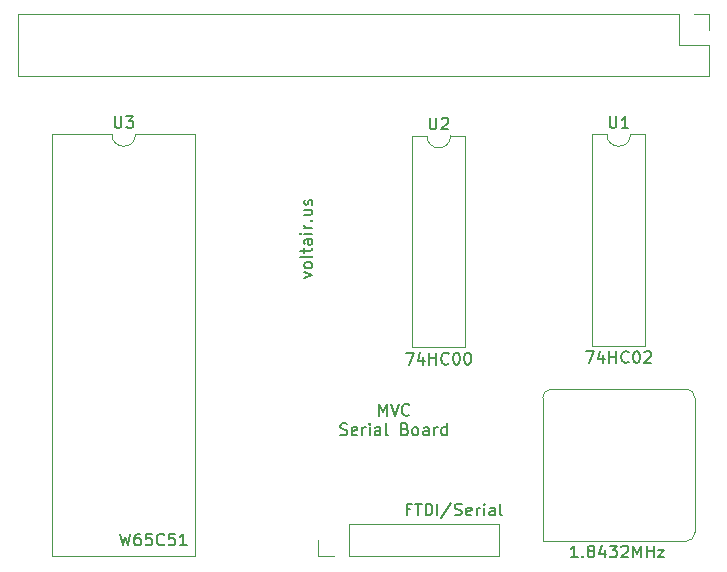
<source format=gbr>
G04 #@! TF.GenerationSoftware,KiCad,Pcbnew,5.1.5+dfsg1-2build2*
G04 #@! TF.CreationDate,2021-06-17T20:27:07-04:00*
G04 #@! TF.ProjectId,SerialBoard,53657269-616c-4426-9f61-72642e6b6963,rev?*
G04 #@! TF.SameCoordinates,Original*
G04 #@! TF.FileFunction,Legend,Top*
G04 #@! TF.FilePolarity,Positive*
%FSLAX46Y46*%
G04 Gerber Fmt 4.6, Leading zero omitted, Abs format (unit mm)*
G04 Created by KiCad (PCBNEW 5.1.5+dfsg1-2build2) date 2021-06-17 20:27:07*
%MOMM*%
%LPD*%
G04 APERTURE LIST*
%ADD10C,0.150000*%
%ADD11C,0.120000*%
G04 APERTURE END LIST*
D10*
X114625857Y-103068380D02*
X114054428Y-103068380D01*
X114340142Y-103068380D02*
X114340142Y-102068380D01*
X114244904Y-102211238D01*
X114149666Y-102306476D01*
X114054428Y-102354095D01*
X115054428Y-102973142D02*
X115102047Y-103020761D01*
X115054428Y-103068380D01*
X115006809Y-103020761D01*
X115054428Y-102973142D01*
X115054428Y-103068380D01*
X115673476Y-102496952D02*
X115578238Y-102449333D01*
X115530619Y-102401714D01*
X115483000Y-102306476D01*
X115483000Y-102258857D01*
X115530619Y-102163619D01*
X115578238Y-102116000D01*
X115673476Y-102068380D01*
X115863952Y-102068380D01*
X115959190Y-102116000D01*
X116006809Y-102163619D01*
X116054428Y-102258857D01*
X116054428Y-102306476D01*
X116006809Y-102401714D01*
X115959190Y-102449333D01*
X115863952Y-102496952D01*
X115673476Y-102496952D01*
X115578238Y-102544571D01*
X115530619Y-102592190D01*
X115483000Y-102687428D01*
X115483000Y-102877904D01*
X115530619Y-102973142D01*
X115578238Y-103020761D01*
X115673476Y-103068380D01*
X115863952Y-103068380D01*
X115959190Y-103020761D01*
X116006809Y-102973142D01*
X116054428Y-102877904D01*
X116054428Y-102687428D01*
X116006809Y-102592190D01*
X115959190Y-102544571D01*
X115863952Y-102496952D01*
X116911571Y-102401714D02*
X116911571Y-103068380D01*
X116673476Y-102020761D02*
X116435380Y-102735047D01*
X117054428Y-102735047D01*
X117340142Y-102068380D02*
X117959190Y-102068380D01*
X117625857Y-102449333D01*
X117768714Y-102449333D01*
X117863952Y-102496952D01*
X117911571Y-102544571D01*
X117959190Y-102639809D01*
X117959190Y-102877904D01*
X117911571Y-102973142D01*
X117863952Y-103020761D01*
X117768714Y-103068380D01*
X117483000Y-103068380D01*
X117387761Y-103020761D01*
X117340142Y-102973142D01*
X118340142Y-102163619D02*
X118387761Y-102116000D01*
X118483000Y-102068380D01*
X118721095Y-102068380D01*
X118816333Y-102116000D01*
X118863952Y-102163619D01*
X118911571Y-102258857D01*
X118911571Y-102354095D01*
X118863952Y-102496952D01*
X118292523Y-103068380D01*
X118911571Y-103068380D01*
X119340142Y-103068380D02*
X119340142Y-102068380D01*
X119673476Y-102782666D01*
X120006809Y-102068380D01*
X120006809Y-103068380D01*
X120483000Y-103068380D02*
X120483000Y-102068380D01*
X120483000Y-102544571D02*
X121054428Y-102544571D01*
X121054428Y-103068380D02*
X121054428Y-102068380D01*
X121435380Y-102401714D02*
X121959190Y-102401714D01*
X121435380Y-103068380D01*
X121959190Y-103068380D01*
X91479714Y-79406333D02*
X92146380Y-79168238D01*
X91479714Y-78930142D01*
X92146380Y-78406333D02*
X92098761Y-78501571D01*
X92051142Y-78549190D01*
X91955904Y-78596809D01*
X91670190Y-78596809D01*
X91574952Y-78549190D01*
X91527333Y-78501571D01*
X91479714Y-78406333D01*
X91479714Y-78263476D01*
X91527333Y-78168238D01*
X91574952Y-78120619D01*
X91670190Y-78073000D01*
X91955904Y-78073000D01*
X92051142Y-78120619D01*
X92098761Y-78168238D01*
X92146380Y-78263476D01*
X92146380Y-78406333D01*
X92146380Y-77501571D02*
X92098761Y-77596809D01*
X92003523Y-77644428D01*
X91146380Y-77644428D01*
X91479714Y-77263476D02*
X91479714Y-76882523D01*
X91146380Y-77120619D02*
X92003523Y-77120619D01*
X92098761Y-77073000D01*
X92146380Y-76977761D01*
X92146380Y-76882523D01*
X92146380Y-76120619D02*
X91622571Y-76120619D01*
X91527333Y-76168238D01*
X91479714Y-76263476D01*
X91479714Y-76453952D01*
X91527333Y-76549190D01*
X92098761Y-76120619D02*
X92146380Y-76215857D01*
X92146380Y-76453952D01*
X92098761Y-76549190D01*
X92003523Y-76596809D01*
X91908285Y-76596809D01*
X91813047Y-76549190D01*
X91765428Y-76453952D01*
X91765428Y-76215857D01*
X91717809Y-76120619D01*
X92146380Y-75644428D02*
X91479714Y-75644428D01*
X91146380Y-75644428D02*
X91194000Y-75692047D01*
X91241619Y-75644428D01*
X91194000Y-75596809D01*
X91146380Y-75644428D01*
X91241619Y-75644428D01*
X92146380Y-75168238D02*
X91479714Y-75168238D01*
X91670190Y-75168238D02*
X91574952Y-75120619D01*
X91527333Y-75073000D01*
X91479714Y-74977761D01*
X91479714Y-74882523D01*
X92051142Y-74549190D02*
X92098761Y-74501571D01*
X92146380Y-74549190D01*
X92098761Y-74596809D01*
X92051142Y-74549190D01*
X92146380Y-74549190D01*
X91479714Y-73644428D02*
X92146380Y-73644428D01*
X91479714Y-74073000D02*
X92003523Y-74073000D01*
X92098761Y-74025380D01*
X92146380Y-73930142D01*
X92146380Y-73787285D01*
X92098761Y-73692047D01*
X92051142Y-73644428D01*
X92098761Y-73215857D02*
X92146380Y-73120619D01*
X92146380Y-72930142D01*
X92098761Y-72834904D01*
X92003523Y-72787285D01*
X91955904Y-72787285D01*
X91860666Y-72834904D01*
X91813047Y-72930142D01*
X91813047Y-73073000D01*
X91765428Y-73168238D01*
X91670190Y-73215857D01*
X91622571Y-73215857D01*
X91527333Y-73168238D01*
X91479714Y-73073000D01*
X91479714Y-72930142D01*
X91527333Y-72834904D01*
X97798095Y-91067380D02*
X97798095Y-90067380D01*
X98131428Y-90781666D01*
X98464761Y-90067380D01*
X98464761Y-91067380D01*
X98798095Y-90067380D02*
X99131428Y-91067380D01*
X99464761Y-90067380D01*
X100369523Y-90972142D02*
X100321904Y-91019761D01*
X100179047Y-91067380D01*
X100083809Y-91067380D01*
X99940952Y-91019761D01*
X99845714Y-90924523D01*
X99798095Y-90829285D01*
X99750476Y-90638809D01*
X99750476Y-90495952D01*
X99798095Y-90305476D01*
X99845714Y-90210238D01*
X99940952Y-90115000D01*
X100083809Y-90067380D01*
X100179047Y-90067380D01*
X100321904Y-90115000D01*
X100369523Y-90162619D01*
X94536190Y-92669761D02*
X94679047Y-92717380D01*
X94917142Y-92717380D01*
X95012380Y-92669761D01*
X95060000Y-92622142D01*
X95107619Y-92526904D01*
X95107619Y-92431666D01*
X95060000Y-92336428D01*
X95012380Y-92288809D01*
X94917142Y-92241190D01*
X94726666Y-92193571D01*
X94631428Y-92145952D01*
X94583809Y-92098333D01*
X94536190Y-92003095D01*
X94536190Y-91907857D01*
X94583809Y-91812619D01*
X94631428Y-91765000D01*
X94726666Y-91717380D01*
X94964761Y-91717380D01*
X95107619Y-91765000D01*
X95917142Y-92669761D02*
X95821904Y-92717380D01*
X95631428Y-92717380D01*
X95536190Y-92669761D01*
X95488571Y-92574523D01*
X95488571Y-92193571D01*
X95536190Y-92098333D01*
X95631428Y-92050714D01*
X95821904Y-92050714D01*
X95917142Y-92098333D01*
X95964761Y-92193571D01*
X95964761Y-92288809D01*
X95488571Y-92384047D01*
X96393333Y-92717380D02*
X96393333Y-92050714D01*
X96393333Y-92241190D02*
X96440952Y-92145952D01*
X96488571Y-92098333D01*
X96583809Y-92050714D01*
X96679047Y-92050714D01*
X97012380Y-92717380D02*
X97012380Y-92050714D01*
X97012380Y-91717380D02*
X96964761Y-91765000D01*
X97012380Y-91812619D01*
X97060000Y-91765000D01*
X97012380Y-91717380D01*
X97012380Y-91812619D01*
X97917142Y-92717380D02*
X97917142Y-92193571D01*
X97869523Y-92098333D01*
X97774285Y-92050714D01*
X97583809Y-92050714D01*
X97488571Y-92098333D01*
X97917142Y-92669761D02*
X97821904Y-92717380D01*
X97583809Y-92717380D01*
X97488571Y-92669761D01*
X97440952Y-92574523D01*
X97440952Y-92479285D01*
X97488571Y-92384047D01*
X97583809Y-92336428D01*
X97821904Y-92336428D01*
X97917142Y-92288809D01*
X98536190Y-92717380D02*
X98440952Y-92669761D01*
X98393333Y-92574523D01*
X98393333Y-91717380D01*
X100012380Y-92193571D02*
X100155238Y-92241190D01*
X100202857Y-92288809D01*
X100250476Y-92384047D01*
X100250476Y-92526904D01*
X100202857Y-92622142D01*
X100155238Y-92669761D01*
X100060000Y-92717380D01*
X99679047Y-92717380D01*
X99679047Y-91717380D01*
X100012380Y-91717380D01*
X100107619Y-91765000D01*
X100155238Y-91812619D01*
X100202857Y-91907857D01*
X100202857Y-92003095D01*
X100155238Y-92098333D01*
X100107619Y-92145952D01*
X100012380Y-92193571D01*
X99679047Y-92193571D01*
X100821904Y-92717380D02*
X100726666Y-92669761D01*
X100679047Y-92622142D01*
X100631428Y-92526904D01*
X100631428Y-92241190D01*
X100679047Y-92145952D01*
X100726666Y-92098333D01*
X100821904Y-92050714D01*
X100964761Y-92050714D01*
X101060000Y-92098333D01*
X101107619Y-92145952D01*
X101155238Y-92241190D01*
X101155238Y-92526904D01*
X101107619Y-92622142D01*
X101060000Y-92669761D01*
X100964761Y-92717380D01*
X100821904Y-92717380D01*
X102012380Y-92717380D02*
X102012380Y-92193571D01*
X101964761Y-92098333D01*
X101869523Y-92050714D01*
X101679047Y-92050714D01*
X101583809Y-92098333D01*
X102012380Y-92669761D02*
X101917142Y-92717380D01*
X101679047Y-92717380D01*
X101583809Y-92669761D01*
X101536190Y-92574523D01*
X101536190Y-92479285D01*
X101583809Y-92384047D01*
X101679047Y-92336428D01*
X101917142Y-92336428D01*
X102012380Y-92288809D01*
X102488571Y-92717380D02*
X102488571Y-92050714D01*
X102488571Y-92241190D02*
X102536190Y-92145952D01*
X102583809Y-92098333D01*
X102679047Y-92050714D01*
X102774285Y-92050714D01*
X103536190Y-92717380D02*
X103536190Y-91717380D01*
X103536190Y-92669761D02*
X103440952Y-92717380D01*
X103250476Y-92717380D01*
X103155238Y-92669761D01*
X103107619Y-92622142D01*
X103060000Y-92526904D01*
X103060000Y-92241190D01*
X103107619Y-92145952D01*
X103155238Y-92098333D01*
X103250476Y-92050714D01*
X103440952Y-92050714D01*
X103536190Y-92098333D01*
D11*
X108010000Y-102930000D02*
X108010000Y-100270000D01*
X95250000Y-102930000D02*
X108010000Y-102930000D01*
X95250000Y-100270000D02*
X108010000Y-100270000D01*
X95250000Y-102930000D02*
X95250000Y-100270000D01*
X93980000Y-102930000D02*
X92650000Y-102930000D01*
X92650000Y-102930000D02*
X92650000Y-101600000D01*
X67250000Y-57090000D02*
X67250000Y-62290000D01*
X123190000Y-57090000D02*
X67250000Y-57090000D01*
X125790000Y-62290000D02*
X67250000Y-62290000D01*
X123190000Y-57090000D02*
X123190000Y-59690000D01*
X123190000Y-59690000D02*
X125790000Y-59690000D01*
X125790000Y-59690000D02*
X125790000Y-62290000D01*
X124460000Y-57090000D02*
X125790000Y-57090000D01*
X125790000Y-57090000D02*
X125790000Y-58420000D01*
X120360000Y-67250000D02*
X119110000Y-67250000D01*
X120360000Y-85150000D02*
X120360000Y-67250000D01*
X115860000Y-85150000D02*
X120360000Y-85150000D01*
X115860000Y-67250000D02*
X115860000Y-85150000D01*
X117110000Y-67250000D02*
X115860000Y-67250000D01*
X119110000Y-67250000D02*
G75*
G02X117110000Y-67250000I-1000000J0D01*
G01*
X103870000Y-67377000D02*
G75*
G02X101870000Y-67377000I-1000000J0D01*
G01*
X101870000Y-67377000D02*
X100620000Y-67377000D01*
X100620000Y-67377000D02*
X100620000Y-85277000D01*
X100620000Y-85277000D02*
X105120000Y-85277000D01*
X105120000Y-85277000D02*
X105120000Y-67377000D01*
X105120000Y-67377000D02*
X103870000Y-67377000D01*
X77200000Y-67250000D02*
G75*
G02X75200000Y-67250000I-1000000J0D01*
G01*
X75200000Y-67250000D02*
X70140000Y-67250000D01*
X70140000Y-67250000D02*
X70140000Y-102930000D01*
X70140000Y-102930000D02*
X82260000Y-102930000D01*
X82260000Y-102930000D02*
X82260000Y-67250000D01*
X82260000Y-67250000D02*
X77200000Y-67250000D01*
X111660000Y-89550000D02*
X111660000Y-101700000D01*
X123810000Y-88800000D02*
X112410000Y-88800000D01*
X124560000Y-100950000D02*
X124560000Y-89550000D01*
X111660000Y-101700000D02*
X123810000Y-101700000D01*
X123810000Y-101700000D02*
G75*
G03X124560000Y-100950000I0J750000D01*
G01*
X124560000Y-89550000D02*
G75*
G03X123810000Y-88800000I-750000J0D01*
G01*
X112410000Y-88800000D02*
G75*
G03X111660000Y-89550000I0J-750000D01*
G01*
D10*
X100473333Y-98988571D02*
X100140000Y-98988571D01*
X100140000Y-99512380D02*
X100140000Y-98512380D01*
X100616190Y-98512380D01*
X100854285Y-98512380D02*
X101425714Y-98512380D01*
X101140000Y-99512380D02*
X101140000Y-98512380D01*
X101759047Y-99512380D02*
X101759047Y-98512380D01*
X101997142Y-98512380D01*
X102140000Y-98560000D01*
X102235238Y-98655238D01*
X102282857Y-98750476D01*
X102330476Y-98940952D01*
X102330476Y-99083809D01*
X102282857Y-99274285D01*
X102235238Y-99369523D01*
X102140000Y-99464761D01*
X101997142Y-99512380D01*
X101759047Y-99512380D01*
X102759047Y-99512380D02*
X102759047Y-98512380D01*
X103949523Y-98464761D02*
X103092380Y-99750476D01*
X104235238Y-99464761D02*
X104378095Y-99512380D01*
X104616190Y-99512380D01*
X104711428Y-99464761D01*
X104759047Y-99417142D01*
X104806666Y-99321904D01*
X104806666Y-99226666D01*
X104759047Y-99131428D01*
X104711428Y-99083809D01*
X104616190Y-99036190D01*
X104425714Y-98988571D01*
X104330476Y-98940952D01*
X104282857Y-98893333D01*
X104235238Y-98798095D01*
X104235238Y-98702857D01*
X104282857Y-98607619D01*
X104330476Y-98560000D01*
X104425714Y-98512380D01*
X104663809Y-98512380D01*
X104806666Y-98560000D01*
X105616190Y-99464761D02*
X105520952Y-99512380D01*
X105330476Y-99512380D01*
X105235238Y-99464761D01*
X105187619Y-99369523D01*
X105187619Y-98988571D01*
X105235238Y-98893333D01*
X105330476Y-98845714D01*
X105520952Y-98845714D01*
X105616190Y-98893333D01*
X105663809Y-98988571D01*
X105663809Y-99083809D01*
X105187619Y-99179047D01*
X106092380Y-99512380D02*
X106092380Y-98845714D01*
X106092380Y-99036190D02*
X106140000Y-98940952D01*
X106187619Y-98893333D01*
X106282857Y-98845714D01*
X106378095Y-98845714D01*
X106711428Y-99512380D02*
X106711428Y-98845714D01*
X106711428Y-98512380D02*
X106663809Y-98560000D01*
X106711428Y-98607619D01*
X106759047Y-98560000D01*
X106711428Y-98512380D01*
X106711428Y-98607619D01*
X107616190Y-99512380D02*
X107616190Y-98988571D01*
X107568571Y-98893333D01*
X107473333Y-98845714D01*
X107282857Y-98845714D01*
X107187619Y-98893333D01*
X107616190Y-99464761D02*
X107520952Y-99512380D01*
X107282857Y-99512380D01*
X107187619Y-99464761D01*
X107140000Y-99369523D01*
X107140000Y-99274285D01*
X107187619Y-99179047D01*
X107282857Y-99131428D01*
X107520952Y-99131428D01*
X107616190Y-99083809D01*
X108235238Y-99512380D02*
X108140000Y-99464761D01*
X108092380Y-99369523D01*
X108092380Y-98512380D01*
X117348095Y-65702380D02*
X117348095Y-66511904D01*
X117395714Y-66607142D01*
X117443333Y-66654761D01*
X117538571Y-66702380D01*
X117729047Y-66702380D01*
X117824285Y-66654761D01*
X117871904Y-66607142D01*
X117919523Y-66511904D01*
X117919523Y-65702380D01*
X118919523Y-66702380D02*
X118348095Y-66702380D01*
X118633809Y-66702380D02*
X118633809Y-65702380D01*
X118538571Y-65845238D01*
X118443333Y-65940476D01*
X118348095Y-65988095D01*
X115324285Y-85602380D02*
X115990952Y-85602380D01*
X115562380Y-86602380D01*
X116800476Y-85935714D02*
X116800476Y-86602380D01*
X116562380Y-85554761D02*
X116324285Y-86269047D01*
X116943333Y-86269047D01*
X117324285Y-86602380D02*
X117324285Y-85602380D01*
X117324285Y-86078571D02*
X117895714Y-86078571D01*
X117895714Y-86602380D02*
X117895714Y-85602380D01*
X118943333Y-86507142D02*
X118895714Y-86554761D01*
X118752857Y-86602380D01*
X118657619Y-86602380D01*
X118514761Y-86554761D01*
X118419523Y-86459523D01*
X118371904Y-86364285D01*
X118324285Y-86173809D01*
X118324285Y-86030952D01*
X118371904Y-85840476D01*
X118419523Y-85745238D01*
X118514761Y-85650000D01*
X118657619Y-85602380D01*
X118752857Y-85602380D01*
X118895714Y-85650000D01*
X118943333Y-85697619D01*
X119562380Y-85602380D02*
X119657619Y-85602380D01*
X119752857Y-85650000D01*
X119800476Y-85697619D01*
X119848095Y-85792857D01*
X119895714Y-85983333D01*
X119895714Y-86221428D01*
X119848095Y-86411904D01*
X119800476Y-86507142D01*
X119752857Y-86554761D01*
X119657619Y-86602380D01*
X119562380Y-86602380D01*
X119467142Y-86554761D01*
X119419523Y-86507142D01*
X119371904Y-86411904D01*
X119324285Y-86221428D01*
X119324285Y-85983333D01*
X119371904Y-85792857D01*
X119419523Y-85697619D01*
X119467142Y-85650000D01*
X119562380Y-85602380D01*
X120276666Y-85697619D02*
X120324285Y-85650000D01*
X120419523Y-85602380D01*
X120657619Y-85602380D01*
X120752857Y-85650000D01*
X120800476Y-85697619D01*
X120848095Y-85792857D01*
X120848095Y-85888095D01*
X120800476Y-86030952D01*
X120229047Y-86602380D01*
X120848095Y-86602380D01*
X102108095Y-65829380D02*
X102108095Y-66638904D01*
X102155714Y-66734142D01*
X102203333Y-66781761D01*
X102298571Y-66829380D01*
X102489047Y-66829380D01*
X102584285Y-66781761D01*
X102631904Y-66734142D01*
X102679523Y-66638904D01*
X102679523Y-65829380D01*
X103108095Y-65924619D02*
X103155714Y-65877000D01*
X103250952Y-65829380D01*
X103489047Y-65829380D01*
X103584285Y-65877000D01*
X103631904Y-65924619D01*
X103679523Y-66019857D01*
X103679523Y-66115095D01*
X103631904Y-66257952D01*
X103060476Y-66829380D01*
X103679523Y-66829380D01*
X100084285Y-85729380D02*
X100750952Y-85729380D01*
X100322380Y-86729380D01*
X101560476Y-86062714D02*
X101560476Y-86729380D01*
X101322380Y-85681761D02*
X101084285Y-86396047D01*
X101703333Y-86396047D01*
X102084285Y-86729380D02*
X102084285Y-85729380D01*
X102084285Y-86205571D02*
X102655714Y-86205571D01*
X102655714Y-86729380D02*
X102655714Y-85729380D01*
X103703333Y-86634142D02*
X103655714Y-86681761D01*
X103512857Y-86729380D01*
X103417619Y-86729380D01*
X103274761Y-86681761D01*
X103179523Y-86586523D01*
X103131904Y-86491285D01*
X103084285Y-86300809D01*
X103084285Y-86157952D01*
X103131904Y-85967476D01*
X103179523Y-85872238D01*
X103274761Y-85777000D01*
X103417619Y-85729380D01*
X103512857Y-85729380D01*
X103655714Y-85777000D01*
X103703333Y-85824619D01*
X104322380Y-85729380D02*
X104417619Y-85729380D01*
X104512857Y-85777000D01*
X104560476Y-85824619D01*
X104608095Y-85919857D01*
X104655714Y-86110333D01*
X104655714Y-86348428D01*
X104608095Y-86538904D01*
X104560476Y-86634142D01*
X104512857Y-86681761D01*
X104417619Y-86729380D01*
X104322380Y-86729380D01*
X104227142Y-86681761D01*
X104179523Y-86634142D01*
X104131904Y-86538904D01*
X104084285Y-86348428D01*
X104084285Y-86110333D01*
X104131904Y-85919857D01*
X104179523Y-85824619D01*
X104227142Y-85777000D01*
X104322380Y-85729380D01*
X105274761Y-85729380D02*
X105370000Y-85729380D01*
X105465238Y-85777000D01*
X105512857Y-85824619D01*
X105560476Y-85919857D01*
X105608095Y-86110333D01*
X105608095Y-86348428D01*
X105560476Y-86538904D01*
X105512857Y-86634142D01*
X105465238Y-86681761D01*
X105370000Y-86729380D01*
X105274761Y-86729380D01*
X105179523Y-86681761D01*
X105131904Y-86634142D01*
X105084285Y-86538904D01*
X105036666Y-86348428D01*
X105036666Y-86110333D01*
X105084285Y-85919857D01*
X105131904Y-85824619D01*
X105179523Y-85777000D01*
X105274761Y-85729380D01*
X75438095Y-65702380D02*
X75438095Y-66511904D01*
X75485714Y-66607142D01*
X75533333Y-66654761D01*
X75628571Y-66702380D01*
X75819047Y-66702380D01*
X75914285Y-66654761D01*
X75961904Y-66607142D01*
X76009523Y-66511904D01*
X76009523Y-65702380D01*
X76390476Y-65702380D02*
X77009523Y-65702380D01*
X76676190Y-66083333D01*
X76819047Y-66083333D01*
X76914285Y-66130952D01*
X76961904Y-66178571D01*
X77009523Y-66273809D01*
X77009523Y-66511904D01*
X76961904Y-66607142D01*
X76914285Y-66654761D01*
X76819047Y-66702380D01*
X76533333Y-66702380D01*
X76438095Y-66654761D01*
X76390476Y-66607142D01*
X75906666Y-101052380D02*
X76144761Y-102052380D01*
X76335238Y-101338095D01*
X76525714Y-102052380D01*
X76763809Y-101052380D01*
X77573333Y-101052380D02*
X77382857Y-101052380D01*
X77287619Y-101100000D01*
X77240000Y-101147619D01*
X77144761Y-101290476D01*
X77097142Y-101480952D01*
X77097142Y-101861904D01*
X77144761Y-101957142D01*
X77192380Y-102004761D01*
X77287619Y-102052380D01*
X77478095Y-102052380D01*
X77573333Y-102004761D01*
X77620952Y-101957142D01*
X77668571Y-101861904D01*
X77668571Y-101623809D01*
X77620952Y-101528571D01*
X77573333Y-101480952D01*
X77478095Y-101433333D01*
X77287619Y-101433333D01*
X77192380Y-101480952D01*
X77144761Y-101528571D01*
X77097142Y-101623809D01*
X78573333Y-101052380D02*
X78097142Y-101052380D01*
X78049523Y-101528571D01*
X78097142Y-101480952D01*
X78192380Y-101433333D01*
X78430476Y-101433333D01*
X78525714Y-101480952D01*
X78573333Y-101528571D01*
X78620952Y-101623809D01*
X78620952Y-101861904D01*
X78573333Y-101957142D01*
X78525714Y-102004761D01*
X78430476Y-102052380D01*
X78192380Y-102052380D01*
X78097142Y-102004761D01*
X78049523Y-101957142D01*
X79620952Y-101957142D02*
X79573333Y-102004761D01*
X79430476Y-102052380D01*
X79335238Y-102052380D01*
X79192380Y-102004761D01*
X79097142Y-101909523D01*
X79049523Y-101814285D01*
X79001904Y-101623809D01*
X79001904Y-101480952D01*
X79049523Y-101290476D01*
X79097142Y-101195238D01*
X79192380Y-101100000D01*
X79335238Y-101052380D01*
X79430476Y-101052380D01*
X79573333Y-101100000D01*
X79620952Y-101147619D01*
X80525714Y-101052380D02*
X80049523Y-101052380D01*
X80001904Y-101528571D01*
X80049523Y-101480952D01*
X80144761Y-101433333D01*
X80382857Y-101433333D01*
X80478095Y-101480952D01*
X80525714Y-101528571D01*
X80573333Y-101623809D01*
X80573333Y-101861904D01*
X80525714Y-101957142D01*
X80478095Y-102004761D01*
X80382857Y-102052380D01*
X80144761Y-102052380D01*
X80049523Y-102004761D01*
X80001904Y-101957142D01*
X81525714Y-102052380D02*
X80954285Y-102052380D01*
X81240000Y-102052380D02*
X81240000Y-101052380D01*
X81144761Y-101195238D01*
X81049523Y-101290476D01*
X80954285Y-101338095D01*
M02*

</source>
